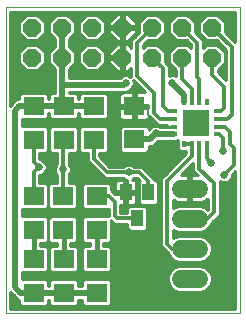
<source format=gtl>
G75*
%MOIN*%
%OFA0B0*%
%FSLAX25Y25*%
%IPPOS*%
%LPD*%
%AMOC8*
5,1,8,0,0,1.08239X$1,22.5*
%
%ADD10C,0.00000*%
%ADD11R,0.07087X0.06299*%
%ADD12C,0.06000*%
%ADD13OC8,0.06000*%
%ADD14R,0.07098X0.06299*%
%ADD15R,0.03937X0.05512*%
%ADD16R,0.01969X0.01181*%
%ADD17R,0.08858X0.08858*%
%ADD18R,0.01181X0.01969*%
%ADD19C,0.01000*%
%ADD20C,0.00600*%
%ADD21C,0.02578*%
%ADD22C,0.02000*%
%ADD23C,0.01400*%
%ADD24C,0.01200*%
%ADD25C,0.01600*%
D10*
X0330000Y0517000D02*
X0330000Y0619000D01*
X0408000Y0619000D01*
X0408000Y0517000D01*
X0330000Y0517000D01*
D11*
X0372750Y0574988D03*
X0372750Y0586012D03*
D12*
X0388250Y0558500D02*
X0394250Y0558500D01*
X0394250Y0548500D02*
X0388250Y0548500D01*
X0388250Y0538500D02*
X0394250Y0538500D01*
X0394250Y0528500D02*
X0388250Y0528500D01*
D13*
X0388750Y0602250D03*
X0388750Y0612250D03*
X0378750Y0612250D03*
X0378750Y0602250D03*
X0368750Y0602250D03*
X0368750Y0612250D03*
X0358750Y0612250D03*
X0358750Y0602250D03*
X0348750Y0602250D03*
X0348750Y0612250D03*
X0338750Y0612250D03*
X0338750Y0602250D03*
X0398750Y0602250D03*
X0398750Y0612250D03*
D14*
X0359250Y0586098D03*
X0349250Y0586098D03*
X0339250Y0586098D03*
X0339250Y0574902D03*
X0349250Y0574902D03*
X0359250Y0574902D03*
X0360250Y0556098D03*
X0360250Y0544902D03*
X0360250Y0535098D03*
X0349250Y0535098D03*
X0349000Y0544902D03*
X0339250Y0544902D03*
X0339250Y0535098D03*
X0339250Y0523902D03*
X0349250Y0523902D03*
X0360250Y0523902D03*
X0349000Y0556098D03*
X0339250Y0556098D03*
D15*
X0370010Y0557331D03*
X0377490Y0557331D03*
X0373750Y0548669D03*
D16*
X0386163Y0576661D03*
X0386163Y0579220D03*
X0386163Y0581780D03*
X0386163Y0584339D03*
X0400337Y0584339D03*
X0400337Y0581780D03*
X0400337Y0579220D03*
X0400337Y0576661D03*
D17*
X0393250Y0580500D03*
D18*
X0394530Y0573413D03*
X0397089Y0573413D03*
X0391970Y0573413D03*
X0389411Y0573413D03*
X0389411Y0587587D03*
X0391970Y0587587D03*
X0394530Y0587587D03*
X0397089Y0587587D03*
D19*
X0403250Y0594828D02*
X0400750Y0597328D01*
X0400750Y0598169D01*
X0403050Y0600469D01*
X0403050Y0604031D01*
X0400531Y0606550D01*
X0396969Y0606550D01*
X0395750Y0605331D01*
X0395750Y0608078D01*
X0394578Y0609250D01*
X0393050Y0610778D01*
X0393050Y0614031D01*
X0390531Y0616550D01*
X0386969Y0616550D01*
X0384450Y0614031D01*
X0384450Y0610469D01*
X0386969Y0607950D01*
X0390222Y0607950D01*
X0391750Y0606422D01*
X0391750Y0605331D01*
X0390531Y0606550D01*
X0386969Y0606550D01*
X0384450Y0604031D01*
X0384450Y0600469D01*
X0386750Y0598169D01*
X0386750Y0596035D01*
X0386015Y0596339D01*
X0384985Y0596339D01*
X0384250Y0596035D01*
X0384250Y0599578D01*
X0383078Y0600750D01*
X0383050Y0600778D01*
X0383050Y0604031D01*
X0380531Y0606550D01*
X0376969Y0606550D01*
X0375750Y0605331D01*
X0375750Y0606422D01*
X0377278Y0607950D01*
X0380531Y0607950D01*
X0383050Y0610469D01*
X0383050Y0614031D01*
X0380531Y0616550D01*
X0376969Y0616550D01*
X0374450Y0614031D01*
X0374450Y0610778D01*
X0372922Y0609250D01*
X0371750Y0608078D01*
X0371750Y0605614D01*
X0370614Y0606750D01*
X0369250Y0606750D01*
X0369250Y0602750D01*
X0368250Y0602750D01*
X0368250Y0606750D01*
X0366886Y0606750D01*
X0364250Y0604114D01*
X0364250Y0602750D01*
X0368250Y0602750D01*
X0368250Y0601750D01*
X0369250Y0601750D01*
X0369250Y0597750D01*
X0370614Y0597750D01*
X0371750Y0598886D01*
X0371750Y0595661D01*
X0371467Y0595945D01*
X0370515Y0596339D01*
X0369485Y0596339D01*
X0368533Y0595945D01*
X0367889Y0595300D01*
X0351050Y0595300D01*
X0351050Y0598469D01*
X0353050Y0600469D01*
X0353050Y0604031D01*
X0351050Y0606031D01*
X0351050Y0608469D01*
X0353050Y0610469D01*
X0353050Y0614031D01*
X0350531Y0616550D01*
X0346969Y0616550D01*
X0344450Y0614031D01*
X0344450Y0610469D01*
X0346450Y0608469D01*
X0346450Y0606031D01*
X0344450Y0604031D01*
X0344450Y0600469D01*
X0346450Y0598469D01*
X0346450Y0590548D01*
X0345162Y0590548D01*
X0344401Y0589787D01*
X0344401Y0588398D01*
X0344099Y0588398D01*
X0344099Y0589787D01*
X0343338Y0590548D01*
X0335162Y0590548D01*
X0334401Y0589787D01*
X0334401Y0588300D01*
X0333547Y0588300D01*
X0332047Y0586800D01*
X0331500Y0586253D01*
X0331500Y0617500D01*
X0406500Y0617500D01*
X0406500Y0607328D01*
X0406078Y0607750D01*
X0403050Y0610778D01*
X0403050Y0614031D01*
X0400531Y0616550D01*
X0396969Y0616550D01*
X0394450Y0614031D01*
X0394450Y0610469D01*
X0396969Y0607950D01*
X0400222Y0607950D01*
X0403250Y0604922D01*
X0403250Y0594828D01*
X0403250Y0594884D02*
X0403195Y0594884D01*
X0403250Y0595882D02*
X0402196Y0595882D01*
X0401198Y0596881D02*
X0403250Y0596881D01*
X0403250Y0597879D02*
X0400750Y0597879D01*
X0401459Y0598878D02*
X0403250Y0598878D01*
X0403250Y0599876D02*
X0402458Y0599876D01*
X0403050Y0600875D02*
X0403250Y0600875D01*
X0403250Y0601873D02*
X0403050Y0601873D01*
X0403050Y0602872D02*
X0403250Y0602872D01*
X0403250Y0603870D02*
X0403050Y0603870D01*
X0403250Y0604869D02*
X0402212Y0604869D01*
X0402304Y0605868D02*
X0401214Y0605868D01*
X0401306Y0606866D02*
X0395750Y0606866D01*
X0395750Y0605868D02*
X0396286Y0605868D01*
X0395750Y0607865D02*
X0400307Y0607865D01*
X0403050Y0610860D02*
X0406500Y0610860D01*
X0406500Y0609862D02*
X0403967Y0609862D01*
X0404965Y0608863D02*
X0406500Y0608863D01*
X0406500Y0607865D02*
X0405964Y0607865D01*
X0406078Y0607750D02*
X0406078Y0607750D01*
X0406500Y0611859D02*
X0403050Y0611859D01*
X0403050Y0612857D02*
X0406500Y0612857D01*
X0406500Y0613856D02*
X0403050Y0613856D01*
X0402227Y0614854D02*
X0406500Y0614854D01*
X0406500Y0615853D02*
X0401228Y0615853D01*
X0396272Y0615853D02*
X0391228Y0615853D01*
X0392227Y0614854D02*
X0395273Y0614854D01*
X0394450Y0613856D02*
X0393050Y0613856D01*
X0393050Y0612857D02*
X0394450Y0612857D01*
X0394450Y0611859D02*
X0393050Y0611859D01*
X0393050Y0610860D02*
X0394450Y0610860D01*
X0393967Y0609862D02*
X0395057Y0609862D01*
X0394965Y0608863D02*
X0396056Y0608863D01*
X0391306Y0606866D02*
X0376194Y0606866D01*
X0376286Y0605868D02*
X0375750Y0605868D01*
X0377193Y0607865D02*
X0390307Y0607865D01*
X0391214Y0605868D02*
X0391750Y0605868D01*
X0386286Y0605868D02*
X0381214Y0605868D01*
X0382212Y0604869D02*
X0385288Y0604869D01*
X0384450Y0603870D02*
X0383050Y0603870D01*
X0383050Y0602872D02*
X0384450Y0602872D01*
X0384450Y0601873D02*
X0383050Y0601873D01*
X0383050Y0600875D02*
X0384450Y0600875D01*
X0383952Y0599876D02*
X0385042Y0599876D01*
X0384250Y0598878D02*
X0386041Y0598878D01*
X0386750Y0597879D02*
X0384250Y0597879D01*
X0384250Y0596881D02*
X0386750Y0596881D01*
X0376517Y0590654D02*
X0376491Y0590661D01*
X0373250Y0590661D01*
X0373250Y0586512D01*
X0372250Y0586512D01*
X0372250Y0590661D01*
X0369009Y0590661D01*
X0368628Y0590559D01*
X0368286Y0590362D01*
X0368006Y0590082D01*
X0367809Y0589740D01*
X0367707Y0589359D01*
X0367707Y0586512D01*
X0372250Y0586512D01*
X0372250Y0585512D01*
X0367707Y0585512D01*
X0367707Y0582665D01*
X0367809Y0582283D01*
X0368006Y0581941D01*
X0368286Y0581662D01*
X0368628Y0581464D01*
X0369009Y0581362D01*
X0372250Y0581362D01*
X0372250Y0585512D01*
X0373250Y0585512D01*
X0377500Y0585512D01*
X0377500Y0586512D01*
X0373250Y0586512D01*
X0373250Y0585512D01*
X0373250Y0581362D01*
X0376491Y0581362D01*
X0376872Y0581464D01*
X0377214Y0581662D01*
X0377494Y0581941D01*
X0377691Y0582283D01*
X0377786Y0582636D01*
X0379470Y0580951D01*
X0380642Y0579780D01*
X0383679Y0579780D01*
X0383679Y0579221D01*
X0386163Y0579221D01*
X0386163Y0579220D01*
X0383679Y0579220D01*
X0383679Y0578961D01*
X0381700Y0578961D01*
X0381467Y0579195D01*
X0380515Y0579589D01*
X0379485Y0579589D01*
X0378533Y0579195D01*
X0377805Y0578467D01*
X0377593Y0577955D01*
X0377593Y0578676D01*
X0376832Y0579438D01*
X0368668Y0579438D01*
X0367907Y0578676D01*
X0367907Y0571300D01*
X0368668Y0570539D01*
X0376832Y0570539D01*
X0377593Y0571300D01*
X0377593Y0572688D01*
X0378941Y0572688D01*
X0380288Y0574035D01*
X0380288Y0574036D01*
X0380614Y0574361D01*
X0387116Y0574361D01*
X0387521Y0574766D01*
X0387521Y0574351D01*
X0387411Y0574242D01*
X0387411Y0572585D01*
X0387521Y0572476D01*
X0387521Y0571891D01*
X0388282Y0571129D01*
X0389970Y0571129D01*
X0389970Y0570299D01*
X0382922Y0563250D01*
X0381750Y0562078D01*
X0381750Y0539422D01*
X0384249Y0536922D01*
X0384605Y0536064D01*
X0385814Y0534855D01*
X0387395Y0534200D01*
X0395105Y0534200D01*
X0396686Y0534855D01*
X0397895Y0536064D01*
X0398550Y0537645D01*
X0398550Y0539355D01*
X0397895Y0540936D01*
X0396686Y0542145D01*
X0395105Y0542800D01*
X0387395Y0542800D01*
X0385814Y0542145D01*
X0385750Y0542081D01*
X0385750Y0544919D01*
X0385814Y0544855D01*
X0387395Y0544200D01*
X0395105Y0544200D01*
X0396686Y0544855D01*
X0397895Y0546064D01*
X0398251Y0546922D01*
X0399000Y0547672D01*
X0401250Y0549922D01*
X0401250Y0561089D01*
X0401283Y0561055D01*
X0402235Y0560661D01*
X0403265Y0560661D01*
X0404217Y0561055D01*
X0404945Y0561783D01*
X0405339Y0562735D01*
X0405339Y0563152D01*
X0406500Y0564313D01*
X0406500Y0518500D01*
X0331500Y0518500D01*
X0331500Y0523997D01*
X0332548Y0522949D01*
X0333896Y0521602D01*
X0334401Y0521602D01*
X0334401Y0520213D01*
X0335162Y0519452D01*
X0343338Y0519452D01*
X0344099Y0520213D01*
X0344099Y0521602D01*
X0344401Y0521602D01*
X0344401Y0520213D01*
X0345162Y0519452D01*
X0353338Y0519452D01*
X0354099Y0520213D01*
X0354099Y0521602D01*
X0355401Y0521602D01*
X0355401Y0520213D01*
X0356162Y0519452D01*
X0364338Y0519452D01*
X0365099Y0520213D01*
X0365099Y0527590D01*
X0364338Y0528351D01*
X0356162Y0528351D01*
X0355401Y0527590D01*
X0355401Y0526202D01*
X0354099Y0526202D01*
X0354099Y0527590D01*
X0353338Y0528351D01*
X0345162Y0528351D01*
X0344401Y0527590D01*
X0344401Y0526202D01*
X0344099Y0526202D01*
X0344099Y0527590D01*
X0343338Y0528351D01*
X0335300Y0528351D01*
X0335300Y0530649D01*
X0343338Y0530649D01*
X0344099Y0531410D01*
X0344099Y0538787D01*
X0343338Y0539548D01*
X0341350Y0539548D01*
X0341350Y0540452D01*
X0343338Y0540452D01*
X0344099Y0541213D01*
X0344099Y0548590D01*
X0343338Y0549351D01*
X0335300Y0549351D01*
X0335300Y0551649D01*
X0343338Y0551649D01*
X0344099Y0552410D01*
X0344099Y0559787D01*
X0343338Y0560548D01*
X0341150Y0560548D01*
X0341150Y0563161D01*
X0341515Y0563161D01*
X0342467Y0563555D01*
X0343195Y0564283D01*
X0343589Y0565235D01*
X0343589Y0566265D01*
X0343195Y0567217D01*
X0342467Y0567945D01*
X0341515Y0568339D01*
X0341150Y0568339D01*
X0341150Y0570452D01*
X0343338Y0570452D01*
X0344099Y0571213D01*
X0344099Y0578590D01*
X0343338Y0579351D01*
X0335300Y0579351D01*
X0335300Y0581649D01*
X0343338Y0581649D01*
X0344099Y0582410D01*
X0344099Y0583798D01*
X0344401Y0583798D01*
X0344401Y0582410D01*
X0345162Y0581649D01*
X0353338Y0581649D01*
X0354099Y0582410D01*
X0354099Y0583798D01*
X0354401Y0583798D01*
X0354401Y0582410D01*
X0355162Y0581649D01*
X0363338Y0581649D01*
X0364099Y0582410D01*
X0364099Y0589787D01*
X0363338Y0590548D01*
X0355162Y0590548D01*
X0354401Y0589787D01*
X0354401Y0588398D01*
X0354099Y0588398D01*
X0354099Y0589787D01*
X0353338Y0590548D01*
X0351050Y0590548D01*
X0351050Y0590700D01*
X0370203Y0590700D01*
X0370769Y0591266D01*
X0371467Y0591555D01*
X0372195Y0592283D01*
X0372589Y0593235D01*
X0372589Y0594265D01*
X0372364Y0594807D01*
X0376517Y0590654D01*
X0376282Y0590890D02*
X0370393Y0590890D01*
X0371800Y0591888D02*
X0375283Y0591888D01*
X0374285Y0592887D02*
X0372445Y0592887D01*
X0372589Y0593885D02*
X0373286Y0593885D01*
X0371750Y0595882D02*
X0371529Y0595882D01*
X0371750Y0596881D02*
X0351050Y0596881D01*
X0351050Y0597879D02*
X0366757Y0597879D01*
X0366886Y0597750D02*
X0368250Y0597750D01*
X0368250Y0601750D01*
X0364250Y0601750D01*
X0364250Y0600386D01*
X0366886Y0597750D01*
X0368250Y0597879D02*
X0369250Y0597879D01*
X0369250Y0598878D02*
X0368250Y0598878D01*
X0368250Y0599876D02*
X0369250Y0599876D01*
X0369250Y0600875D02*
X0368250Y0600875D01*
X0368250Y0601873D02*
X0363050Y0601873D01*
X0363050Y0600875D02*
X0364250Y0600875D01*
X0364760Y0599876D02*
X0362458Y0599876D01*
X0363050Y0600469D02*
X0360531Y0597950D01*
X0356969Y0597950D01*
X0354450Y0600469D01*
X0354450Y0604031D01*
X0356969Y0606550D01*
X0360531Y0606550D01*
X0363050Y0604031D01*
X0363050Y0600469D01*
X0361459Y0598878D02*
X0365758Y0598878D01*
X0368471Y0595882D02*
X0351050Y0595882D01*
X0351459Y0598878D02*
X0356041Y0598878D01*
X0355042Y0599876D02*
X0352458Y0599876D01*
X0353050Y0600875D02*
X0354450Y0600875D01*
X0354450Y0601873D02*
X0353050Y0601873D01*
X0353050Y0602872D02*
X0354450Y0602872D01*
X0354450Y0603870D02*
X0353050Y0603870D01*
X0352212Y0604869D02*
X0355288Y0604869D01*
X0356286Y0605868D02*
X0351214Y0605868D01*
X0351050Y0606866D02*
X0371750Y0606866D01*
X0371750Y0605868D02*
X0371496Y0605868D01*
X0371750Y0607865D02*
X0370728Y0607865D01*
X0370614Y0607750D02*
X0373250Y0610386D01*
X0373250Y0611750D01*
X0369250Y0611750D01*
X0369250Y0612750D01*
X0373250Y0612750D01*
X0373250Y0614114D01*
X0370614Y0616750D01*
X0369250Y0616750D01*
X0369250Y0612750D01*
X0368250Y0612750D01*
X0368250Y0616750D01*
X0366886Y0616750D01*
X0364250Y0614114D01*
X0364250Y0612750D01*
X0368250Y0612750D01*
X0368250Y0611750D01*
X0369250Y0611750D01*
X0369250Y0607750D01*
X0370614Y0607750D01*
X0369250Y0607865D02*
X0368250Y0607865D01*
X0368250Y0607750D02*
X0368250Y0611750D01*
X0364250Y0611750D01*
X0364250Y0610386D01*
X0366886Y0607750D01*
X0368250Y0607750D01*
X0368250Y0608863D02*
X0369250Y0608863D01*
X0369250Y0609862D02*
X0368250Y0609862D01*
X0368250Y0610860D02*
X0369250Y0610860D01*
X0369250Y0611859D02*
X0374450Y0611859D01*
X0374450Y0612857D02*
X0373250Y0612857D01*
X0373250Y0613856D02*
X0374450Y0613856D01*
X0375273Y0614854D02*
X0372510Y0614854D01*
X0371511Y0615853D02*
X0376272Y0615853D01*
X0381228Y0615853D02*
X0386272Y0615853D01*
X0385273Y0614854D02*
X0382227Y0614854D01*
X0383050Y0613856D02*
X0384450Y0613856D01*
X0384450Y0612857D02*
X0383050Y0612857D01*
X0383050Y0611859D02*
X0384450Y0611859D01*
X0384450Y0610860D02*
X0383050Y0610860D01*
X0382443Y0609862D02*
X0385057Y0609862D01*
X0386056Y0608863D02*
X0381444Y0608863D01*
X0374450Y0610860D02*
X0373250Y0610860D01*
X0373533Y0609862D02*
X0372726Y0609862D01*
X0372535Y0608863D02*
X0371727Y0608863D01*
X0369250Y0605868D02*
X0368250Y0605868D01*
X0368250Y0604869D02*
X0369250Y0604869D01*
X0369250Y0603870D02*
X0368250Y0603870D01*
X0368250Y0602872D02*
X0369250Y0602872D01*
X0366004Y0605868D02*
X0361214Y0605868D01*
X0362212Y0604869D02*
X0365005Y0604869D01*
X0364250Y0603870D02*
X0363050Y0603870D01*
X0363050Y0602872D02*
X0364250Y0602872D01*
X0366772Y0607865D02*
X0351050Y0607865D01*
X0351444Y0608863D02*
X0356056Y0608863D01*
X0356969Y0607950D02*
X0360531Y0607950D01*
X0363050Y0610469D01*
X0363050Y0614031D01*
X0360531Y0616550D01*
X0356969Y0616550D01*
X0354450Y0614031D01*
X0354450Y0610469D01*
X0356969Y0607950D01*
X0355057Y0609862D02*
X0352443Y0609862D01*
X0353050Y0610860D02*
X0354450Y0610860D01*
X0354450Y0611859D02*
X0353050Y0611859D01*
X0353050Y0612857D02*
X0354450Y0612857D01*
X0354450Y0613856D02*
X0353050Y0613856D01*
X0352227Y0614854D02*
X0355273Y0614854D01*
X0356272Y0615853D02*
X0351228Y0615853D01*
X0346272Y0615853D02*
X0341228Y0615853D01*
X0340531Y0616550D02*
X0336969Y0616550D01*
X0334450Y0614031D01*
X0334450Y0610469D01*
X0336969Y0607950D01*
X0340531Y0607950D01*
X0343050Y0610469D01*
X0343050Y0614031D01*
X0340531Y0616550D01*
X0342227Y0614854D02*
X0345273Y0614854D01*
X0344450Y0613856D02*
X0343050Y0613856D01*
X0343050Y0612857D02*
X0344450Y0612857D01*
X0344450Y0611859D02*
X0343050Y0611859D01*
X0343050Y0610860D02*
X0344450Y0610860D01*
X0345057Y0609862D02*
X0342443Y0609862D01*
X0341444Y0608863D02*
X0346056Y0608863D01*
X0346450Y0607865D02*
X0331500Y0607865D01*
X0331500Y0608863D02*
X0336056Y0608863D01*
X0335057Y0609862D02*
X0331500Y0609862D01*
X0331500Y0610860D02*
X0334450Y0610860D01*
X0334450Y0611859D02*
X0331500Y0611859D01*
X0331500Y0612857D02*
X0334450Y0612857D01*
X0334450Y0613856D02*
X0331500Y0613856D01*
X0331500Y0614854D02*
X0335273Y0614854D01*
X0336272Y0615853D02*
X0331500Y0615853D01*
X0331500Y0616851D02*
X0406500Y0616851D01*
X0377500Y0585897D02*
X0373250Y0585897D01*
X0373250Y0584899D02*
X0372250Y0584899D01*
X0372250Y0585897D02*
X0364099Y0585897D01*
X0364099Y0584899D02*
X0367707Y0584899D01*
X0367707Y0583900D02*
X0364099Y0583900D01*
X0364099Y0582902D02*
X0367707Y0582902D01*
X0368044Y0581903D02*
X0363592Y0581903D01*
X0363338Y0579351D02*
X0355162Y0579351D01*
X0354401Y0578590D01*
X0354401Y0571213D01*
X0355162Y0570452D01*
X0357350Y0570452D01*
X0357350Y0567713D01*
X0362963Y0562100D01*
X0369239Y0562100D01*
X0369533Y0561805D01*
X0370485Y0561411D01*
X0370494Y0561411D01*
X0370494Y0557815D01*
X0369526Y0557815D01*
X0369526Y0561587D01*
X0367844Y0561587D01*
X0367462Y0561484D01*
X0367120Y0561287D01*
X0366841Y0561008D01*
X0366644Y0560666D01*
X0366541Y0560284D01*
X0366541Y0557815D01*
X0369526Y0557815D01*
X0369526Y0556846D01*
X0370494Y0556846D01*
X0370494Y0553075D01*
X0372176Y0553075D01*
X0372557Y0553177D01*
X0372899Y0553375D01*
X0373179Y0553654D01*
X0373376Y0553996D01*
X0373478Y0554377D01*
X0373478Y0556846D01*
X0370494Y0556846D01*
X0370494Y0557815D01*
X0373478Y0557815D01*
X0373478Y0560284D01*
X0373376Y0560666D01*
X0373179Y0561008D01*
X0372899Y0561287D01*
X0372557Y0561484D01*
X0372176Y0561587D01*
X0371939Y0561587D01*
X0372467Y0561805D01*
X0372761Y0562100D01*
X0373713Y0562100D01*
X0374705Y0561108D01*
X0374222Y0560625D01*
X0374222Y0554036D01*
X0374983Y0553275D01*
X0379997Y0553275D01*
X0380759Y0554036D01*
X0380759Y0560625D01*
X0379997Y0561387D01*
X0379390Y0561387D01*
X0379390Y0561797D01*
X0378277Y0562910D01*
X0375287Y0565900D01*
X0372761Y0565900D01*
X0372467Y0566195D01*
X0371515Y0566589D01*
X0370485Y0566589D01*
X0369533Y0566195D01*
X0369239Y0565900D01*
X0364537Y0565900D01*
X0361150Y0569287D01*
X0361150Y0570452D01*
X0363338Y0570452D01*
X0364099Y0571213D01*
X0364099Y0578590D01*
X0363338Y0579351D01*
X0363781Y0578908D02*
X0368138Y0578908D01*
X0367907Y0577909D02*
X0364099Y0577909D01*
X0364099Y0576911D02*
X0367907Y0576911D01*
X0367907Y0575912D02*
X0364099Y0575912D01*
X0364099Y0574914D02*
X0367907Y0574914D01*
X0367907Y0573915D02*
X0364099Y0573915D01*
X0364099Y0572917D02*
X0367907Y0572917D01*
X0367907Y0571918D02*
X0364099Y0571918D01*
X0363805Y0570920D02*
X0368287Y0570920D01*
X0369266Y0565927D02*
X0364510Y0565927D01*
X0363511Y0566926D02*
X0386597Y0566926D01*
X0387596Y0567924D02*
X0362513Y0567924D01*
X0361514Y0568923D02*
X0388594Y0568923D01*
X0389593Y0569921D02*
X0361150Y0569921D01*
X0357350Y0569921D02*
X0350900Y0569921D01*
X0350900Y0570452D02*
X0353338Y0570452D01*
X0354099Y0571213D01*
X0354099Y0578590D01*
X0353338Y0579351D01*
X0345162Y0579351D01*
X0344401Y0578590D01*
X0344401Y0571213D01*
X0345162Y0570452D01*
X0347100Y0570452D01*
X0347100Y0566761D01*
X0346805Y0566467D01*
X0346411Y0565515D01*
X0346411Y0564485D01*
X0346805Y0563533D01*
X0347100Y0563239D01*
X0347100Y0560548D01*
X0344912Y0560548D01*
X0344151Y0559787D01*
X0344151Y0552410D01*
X0344912Y0551649D01*
X0353088Y0551649D01*
X0353849Y0552410D01*
X0353849Y0559787D01*
X0353088Y0560548D01*
X0350900Y0560548D01*
X0350900Y0563239D01*
X0351195Y0563533D01*
X0351589Y0564485D01*
X0351589Y0565515D01*
X0351195Y0566467D01*
X0350900Y0566761D01*
X0350900Y0570452D01*
X0350900Y0568923D02*
X0357350Y0568923D01*
X0357350Y0567924D02*
X0350900Y0567924D01*
X0350900Y0566926D02*
X0358137Y0566926D01*
X0359136Y0565927D02*
X0351418Y0565927D01*
X0351589Y0564929D02*
X0360134Y0564929D01*
X0361133Y0563930D02*
X0351359Y0563930D01*
X0350900Y0562932D02*
X0362131Y0562932D01*
X0364338Y0560548D02*
X0356162Y0560548D01*
X0355401Y0559787D01*
X0355401Y0552410D01*
X0356162Y0551649D01*
X0364338Y0551649D01*
X0364350Y0551661D01*
X0364350Y0549339D01*
X0364338Y0549351D01*
X0356162Y0549351D01*
X0355401Y0548590D01*
X0355401Y0541213D01*
X0356162Y0540452D01*
X0358150Y0540452D01*
X0358150Y0539548D01*
X0356162Y0539548D01*
X0355401Y0538787D01*
X0355401Y0531410D01*
X0356162Y0530649D01*
X0364338Y0530649D01*
X0365099Y0531410D01*
X0365099Y0538787D01*
X0364338Y0539548D01*
X0362350Y0539548D01*
X0362350Y0540452D01*
X0364338Y0540452D01*
X0365099Y0541213D01*
X0365099Y0547964D01*
X0365181Y0547882D01*
X0366294Y0546769D01*
X0370481Y0546769D01*
X0370481Y0545375D01*
X0371243Y0544613D01*
X0376257Y0544613D01*
X0377018Y0545375D01*
X0377018Y0551964D01*
X0376257Y0552725D01*
X0371243Y0552725D01*
X0370481Y0551964D01*
X0370481Y0550569D01*
X0368150Y0550569D01*
X0368150Y0553075D01*
X0369526Y0553075D01*
X0369526Y0556846D01*
X0366541Y0556846D01*
X0366541Y0556646D01*
X0365189Y0557998D01*
X0365099Y0557998D01*
X0365099Y0559787D01*
X0364338Y0560548D01*
X0364950Y0559936D02*
X0366541Y0559936D01*
X0366541Y0558937D02*
X0365099Y0558937D01*
X0365248Y0557939D02*
X0366541Y0557939D01*
X0366247Y0556940D02*
X0369526Y0556940D01*
X0370494Y0556940D02*
X0374222Y0556940D01*
X0374222Y0555942D02*
X0373478Y0555942D01*
X0373478Y0554943D02*
X0374222Y0554943D01*
X0374313Y0553945D02*
X0373347Y0553945D01*
X0370494Y0553945D02*
X0369526Y0553945D01*
X0369526Y0554943D02*
X0370494Y0554943D01*
X0370494Y0555942D02*
X0369526Y0555942D01*
X0369526Y0557939D02*
X0370494Y0557939D01*
X0370494Y0558937D02*
X0369526Y0558937D01*
X0369526Y0559936D02*
X0370494Y0559936D01*
X0370494Y0560934D02*
X0369526Y0560934D01*
X0369406Y0561933D02*
X0350900Y0561933D01*
X0350900Y0560934D02*
X0366799Y0560934D01*
X0372594Y0561933D02*
X0373880Y0561933D01*
X0374531Y0560934D02*
X0373221Y0560934D01*
X0373478Y0559936D02*
X0374222Y0559936D01*
X0374222Y0558937D02*
X0373478Y0558937D01*
X0373478Y0557939D02*
X0374222Y0557939D01*
X0378255Y0562932D02*
X0382603Y0562932D01*
X0381750Y0561933D02*
X0379254Y0561933D01*
X0380449Y0560934D02*
X0381750Y0560934D01*
X0381750Y0559936D02*
X0380759Y0559936D01*
X0380759Y0558937D02*
X0381750Y0558937D01*
X0381750Y0557939D02*
X0380759Y0557939D01*
X0380759Y0556940D02*
X0381750Y0556940D01*
X0381750Y0555942D02*
X0380759Y0555942D01*
X0380759Y0554943D02*
X0381750Y0554943D01*
X0381750Y0553945D02*
X0380667Y0553945D01*
X0381750Y0552946D02*
X0368150Y0552946D01*
X0368150Y0551948D02*
X0370481Y0551948D01*
X0370481Y0550949D02*
X0368150Y0550949D01*
X0364350Y0550949D02*
X0335300Y0550949D01*
X0335300Y0549951D02*
X0364350Y0549951D01*
X0365099Y0547954D02*
X0365109Y0547954D01*
X0365099Y0546955D02*
X0366108Y0546955D01*
X0365099Y0545957D02*
X0370481Y0545957D01*
X0370898Y0544958D02*
X0365099Y0544958D01*
X0365099Y0543960D02*
X0381750Y0543960D01*
X0381750Y0544958D02*
X0376602Y0544958D01*
X0377018Y0545957D02*
X0381750Y0545957D01*
X0381750Y0546955D02*
X0377018Y0546955D01*
X0377018Y0547954D02*
X0381750Y0547954D01*
X0381750Y0548952D02*
X0377018Y0548952D01*
X0377018Y0549951D02*
X0381750Y0549951D01*
X0381750Y0550949D02*
X0377018Y0550949D01*
X0377018Y0551948D02*
X0381750Y0551948D01*
X0385750Y0552081D02*
X0385750Y0554754D01*
X0385891Y0554651D01*
X0386523Y0554330D01*
X0387196Y0554111D01*
X0387896Y0554000D01*
X0390750Y0554000D01*
X0390750Y0558000D01*
X0391750Y0558000D01*
X0391750Y0554000D01*
X0394604Y0554000D01*
X0395304Y0554111D01*
X0395977Y0554330D01*
X0396609Y0554651D01*
X0397182Y0555068D01*
X0397250Y0555136D01*
X0397250Y0551581D01*
X0396686Y0552145D01*
X0395105Y0552800D01*
X0387395Y0552800D01*
X0385814Y0552145D01*
X0385750Y0552081D01*
X0385750Y0552946D02*
X0397250Y0552946D01*
X0397250Y0551948D02*
X0396883Y0551948D01*
X0397250Y0553945D02*
X0385750Y0553945D01*
X0390750Y0554943D02*
X0391750Y0554943D01*
X0391750Y0555942D02*
X0390750Y0555942D01*
X0390750Y0556940D02*
X0391750Y0556940D01*
X0391750Y0557939D02*
X0390750Y0557939D01*
X0390750Y0559000D02*
X0390750Y0563000D01*
X0388328Y0563000D01*
X0392530Y0567201D01*
X0392530Y0564392D01*
X0393922Y0563000D01*
X0391750Y0563000D01*
X0391750Y0559000D01*
X0390750Y0559000D01*
X0390750Y0559936D02*
X0391750Y0559936D01*
X0391750Y0560934D02*
X0390750Y0560934D01*
X0390750Y0561933D02*
X0391750Y0561933D01*
X0391750Y0562932D02*
X0390750Y0562932D01*
X0389258Y0563930D02*
X0392992Y0563930D01*
X0392530Y0564929D02*
X0390257Y0564929D01*
X0391255Y0565927D02*
X0392530Y0565927D01*
X0392530Y0566926D02*
X0392254Y0566926D01*
X0389970Y0570920D02*
X0377213Y0570920D01*
X0377593Y0571918D02*
X0387521Y0571918D01*
X0387411Y0572917D02*
X0379169Y0572917D01*
X0380168Y0573915D02*
X0387411Y0573915D01*
X0385599Y0565927D02*
X0372734Y0565927D01*
X0376258Y0564929D02*
X0384600Y0564929D01*
X0383602Y0563930D02*
X0377257Y0563930D01*
X0377362Y0578908D02*
X0378246Y0578908D01*
X0379517Y0580905D02*
X0335300Y0580905D01*
X0335300Y0579906D02*
X0380515Y0579906D01*
X0378518Y0581903D02*
X0377456Y0581903D01*
X0373250Y0581903D02*
X0372250Y0581903D01*
X0372250Y0582902D02*
X0373250Y0582902D01*
X0373250Y0583900D02*
X0372250Y0583900D01*
X0372250Y0586896D02*
X0373250Y0586896D01*
X0373250Y0587894D02*
X0372250Y0587894D01*
X0372250Y0588893D02*
X0373250Y0588893D01*
X0373250Y0589891D02*
X0372250Y0589891D01*
X0367896Y0589891D02*
X0363994Y0589891D01*
X0364099Y0588893D02*
X0367707Y0588893D01*
X0367707Y0587894D02*
X0364099Y0587894D01*
X0364099Y0586896D02*
X0367707Y0586896D01*
X0370743Y0597879D02*
X0371750Y0597879D01*
X0371742Y0598878D02*
X0371750Y0598878D01*
X0365773Y0608863D02*
X0361444Y0608863D01*
X0362443Y0609862D02*
X0364774Y0609862D01*
X0364250Y0610860D02*
X0363050Y0610860D01*
X0363050Y0611859D02*
X0368250Y0611859D01*
X0368250Y0612857D02*
X0369250Y0612857D01*
X0369250Y0613856D02*
X0368250Y0613856D01*
X0368250Y0614854D02*
X0369250Y0614854D01*
X0369250Y0615853D02*
X0368250Y0615853D01*
X0365989Y0615853D02*
X0361228Y0615853D01*
X0362227Y0614854D02*
X0364990Y0614854D01*
X0364250Y0613856D02*
X0363050Y0613856D01*
X0363050Y0612857D02*
X0364250Y0612857D01*
X0346450Y0606866D02*
X0331500Y0606866D01*
X0331500Y0605868D02*
X0336286Y0605868D01*
X0336969Y0606550D02*
X0334450Y0604031D01*
X0334450Y0600469D01*
X0336969Y0597950D01*
X0340531Y0597950D01*
X0343050Y0600469D01*
X0343050Y0604031D01*
X0340531Y0606550D01*
X0336969Y0606550D01*
X0335288Y0604869D02*
X0331500Y0604869D01*
X0331500Y0603870D02*
X0334450Y0603870D01*
X0334450Y0602872D02*
X0331500Y0602872D01*
X0331500Y0601873D02*
X0334450Y0601873D01*
X0334450Y0600875D02*
X0331500Y0600875D01*
X0331500Y0599876D02*
X0335042Y0599876D01*
X0336041Y0598878D02*
X0331500Y0598878D01*
X0331500Y0597879D02*
X0346450Y0597879D01*
X0346450Y0596881D02*
X0331500Y0596881D01*
X0331500Y0595882D02*
X0346450Y0595882D01*
X0346450Y0594884D02*
X0331500Y0594884D01*
X0331500Y0593885D02*
X0346450Y0593885D01*
X0346450Y0592887D02*
X0331500Y0592887D01*
X0331500Y0591888D02*
X0346450Y0591888D01*
X0346450Y0590890D02*
X0331500Y0590890D01*
X0331500Y0589891D02*
X0334506Y0589891D01*
X0334401Y0588893D02*
X0331500Y0588893D01*
X0331500Y0587894D02*
X0333142Y0587894D01*
X0332143Y0586896D02*
X0331500Y0586896D01*
X0344099Y0588893D02*
X0344401Y0588893D01*
X0344506Y0589891D02*
X0343994Y0589891D01*
X0344099Y0582902D02*
X0344401Y0582902D01*
X0344908Y0581903D02*
X0343592Y0581903D01*
X0343781Y0578908D02*
X0344719Y0578908D01*
X0344401Y0577909D02*
X0344099Y0577909D01*
X0344099Y0576911D02*
X0344401Y0576911D01*
X0344401Y0575912D02*
X0344099Y0575912D01*
X0344099Y0574914D02*
X0344401Y0574914D01*
X0344401Y0573915D02*
X0344099Y0573915D01*
X0344099Y0572917D02*
X0344401Y0572917D01*
X0344401Y0571918D02*
X0344099Y0571918D01*
X0343805Y0570920D02*
X0344695Y0570920D01*
X0347100Y0569921D02*
X0341150Y0569921D01*
X0341150Y0568923D02*
X0347100Y0568923D01*
X0347100Y0567924D02*
X0342487Y0567924D01*
X0343315Y0566926D02*
X0347100Y0566926D01*
X0346582Y0565927D02*
X0343589Y0565927D01*
X0343462Y0564929D02*
X0346411Y0564929D01*
X0346641Y0563930D02*
X0342841Y0563930D01*
X0341150Y0562932D02*
X0347100Y0562932D01*
X0347100Y0561933D02*
X0341150Y0561933D01*
X0341150Y0560934D02*
X0347100Y0560934D01*
X0344300Y0559936D02*
X0343950Y0559936D01*
X0344099Y0558937D02*
X0344151Y0558937D01*
X0344151Y0557939D02*
X0344099Y0557939D01*
X0344099Y0556940D02*
X0344151Y0556940D01*
X0344151Y0555942D02*
X0344099Y0555942D01*
X0344099Y0554943D02*
X0344151Y0554943D01*
X0344151Y0553945D02*
X0344099Y0553945D01*
X0344099Y0552946D02*
X0344151Y0552946D01*
X0344613Y0551948D02*
X0343637Y0551948D01*
X0344912Y0549351D02*
X0344151Y0548590D01*
X0344151Y0541213D01*
X0344912Y0540452D01*
X0347150Y0540452D01*
X0347150Y0539548D01*
X0345162Y0539548D01*
X0344401Y0538787D01*
X0344401Y0531410D01*
X0345162Y0530649D01*
X0353338Y0530649D01*
X0354099Y0531410D01*
X0354099Y0538787D01*
X0353338Y0539548D01*
X0351350Y0539548D01*
X0351350Y0540452D01*
X0353088Y0540452D01*
X0353849Y0541213D01*
X0353849Y0548590D01*
X0353088Y0549351D01*
X0344912Y0549351D01*
X0344513Y0548952D02*
X0343736Y0548952D01*
X0344099Y0547954D02*
X0344151Y0547954D01*
X0344151Y0546955D02*
X0344099Y0546955D01*
X0344099Y0545957D02*
X0344151Y0545957D01*
X0344151Y0544958D02*
X0344099Y0544958D01*
X0344099Y0543960D02*
X0344151Y0543960D01*
X0344151Y0542961D02*
X0344099Y0542961D01*
X0344099Y0541963D02*
X0344151Y0541963D01*
X0344400Y0540964D02*
X0343850Y0540964D01*
X0343918Y0538967D02*
X0344582Y0538967D01*
X0344401Y0537969D02*
X0344099Y0537969D01*
X0344099Y0536970D02*
X0344401Y0536970D01*
X0344401Y0535972D02*
X0344099Y0535972D01*
X0344099Y0534973D02*
X0344401Y0534973D01*
X0344401Y0533975D02*
X0344099Y0533975D01*
X0344099Y0532976D02*
X0344401Y0532976D01*
X0344401Y0531978D02*
X0344099Y0531978D01*
X0343668Y0530979D02*
X0344832Y0530979D01*
X0344795Y0527984D02*
X0343705Y0527984D01*
X0344099Y0526985D02*
X0344401Y0526985D01*
X0344401Y0520994D02*
X0344099Y0520994D01*
X0343881Y0519996D02*
X0344619Y0519996D01*
X0334619Y0519996D02*
X0331500Y0519996D01*
X0331500Y0520994D02*
X0334401Y0520994D01*
X0333505Y0521993D02*
X0331500Y0521993D01*
X0331500Y0522991D02*
X0332506Y0522991D01*
X0331508Y0523990D02*
X0331500Y0523990D01*
X0331500Y0518997D02*
X0406500Y0518997D01*
X0406500Y0519996D02*
X0364881Y0519996D01*
X0365099Y0520994D02*
X0406500Y0520994D01*
X0406500Y0521993D02*
X0365099Y0521993D01*
X0365099Y0522991D02*
X0406500Y0522991D01*
X0406500Y0523990D02*
X0365099Y0523990D01*
X0365099Y0524988D02*
X0385681Y0524988D01*
X0385814Y0524855D02*
X0387395Y0524200D01*
X0395105Y0524200D01*
X0396686Y0524855D01*
X0397895Y0526064D01*
X0398550Y0527645D01*
X0398550Y0529355D01*
X0397895Y0530936D01*
X0396686Y0532145D01*
X0395105Y0532800D01*
X0387395Y0532800D01*
X0385814Y0532145D01*
X0384605Y0530936D01*
X0383950Y0529355D01*
X0383950Y0527645D01*
X0384605Y0526064D01*
X0385814Y0524855D01*
X0384682Y0525987D02*
X0365099Y0525987D01*
X0365099Y0526985D02*
X0384223Y0526985D01*
X0383950Y0527984D02*
X0364705Y0527984D01*
X0364668Y0530979D02*
X0384648Y0530979D01*
X0384209Y0529981D02*
X0335300Y0529981D01*
X0335300Y0528982D02*
X0383950Y0528982D01*
X0385647Y0531978D02*
X0365099Y0531978D01*
X0365099Y0532976D02*
X0406500Y0532976D01*
X0406500Y0531978D02*
X0396853Y0531978D01*
X0397852Y0530979D02*
X0406500Y0530979D01*
X0406500Y0529981D02*
X0398291Y0529981D01*
X0398550Y0528982D02*
X0406500Y0528982D01*
X0406500Y0527984D02*
X0398550Y0527984D01*
X0398277Y0526985D02*
X0406500Y0526985D01*
X0406500Y0525987D02*
X0397818Y0525987D01*
X0396819Y0524988D02*
X0406500Y0524988D01*
X0406500Y0533975D02*
X0365099Y0533975D01*
X0365099Y0534973D02*
X0385696Y0534973D01*
X0384697Y0535972D02*
X0365099Y0535972D01*
X0365099Y0536970D02*
X0384201Y0536970D01*
X0383203Y0537969D02*
X0365099Y0537969D01*
X0364918Y0538967D02*
X0382204Y0538967D01*
X0381750Y0539966D02*
X0362350Y0539966D01*
X0364850Y0540964D02*
X0381750Y0540964D01*
X0381750Y0541963D02*
X0365099Y0541963D01*
X0365099Y0542961D02*
X0381750Y0542961D01*
X0385750Y0542961D02*
X0406500Y0542961D01*
X0406500Y0541963D02*
X0396868Y0541963D01*
X0397867Y0540964D02*
X0406500Y0540964D01*
X0406500Y0539966D02*
X0398297Y0539966D01*
X0398550Y0538967D02*
X0406500Y0538967D01*
X0406500Y0537969D02*
X0398550Y0537969D01*
X0398271Y0536970D02*
X0406500Y0536970D01*
X0406500Y0535972D02*
X0397803Y0535972D01*
X0396804Y0534973D02*
X0406500Y0534973D01*
X0406500Y0543960D02*
X0385750Y0543960D01*
X0396789Y0544958D02*
X0406500Y0544958D01*
X0406500Y0545957D02*
X0397788Y0545957D01*
X0398284Y0546955D02*
X0406500Y0546955D01*
X0406500Y0547954D02*
X0399282Y0547954D01*
X0400281Y0548952D02*
X0406500Y0548952D01*
X0406500Y0549951D02*
X0401250Y0549951D01*
X0401250Y0550949D02*
X0406500Y0550949D01*
X0406500Y0551948D02*
X0401250Y0551948D01*
X0401250Y0552946D02*
X0406500Y0552946D01*
X0406500Y0553945D02*
X0401250Y0553945D01*
X0401250Y0554943D02*
X0406500Y0554943D01*
X0406500Y0555942D02*
X0401250Y0555942D01*
X0401250Y0556940D02*
X0406500Y0556940D01*
X0406500Y0557939D02*
X0401250Y0557939D01*
X0401250Y0558937D02*
X0406500Y0558937D01*
X0406500Y0559936D02*
X0401250Y0559936D01*
X0401250Y0560934D02*
X0401575Y0560934D01*
X0403925Y0560934D02*
X0406500Y0560934D01*
X0406500Y0561933D02*
X0405007Y0561933D01*
X0405339Y0562932D02*
X0406500Y0562932D01*
X0406500Y0563930D02*
X0406117Y0563930D01*
X0397250Y0554943D02*
X0397011Y0554943D01*
X0355863Y0551948D02*
X0353387Y0551948D01*
X0353849Y0552946D02*
X0355401Y0552946D01*
X0355401Y0553945D02*
X0353849Y0553945D01*
X0353849Y0554943D02*
X0355401Y0554943D01*
X0355401Y0555942D02*
X0353849Y0555942D01*
X0353849Y0556940D02*
X0355401Y0556940D01*
X0355401Y0557939D02*
X0353849Y0557939D01*
X0353849Y0558937D02*
X0355401Y0558937D01*
X0355550Y0559936D02*
X0353700Y0559936D01*
X0353805Y0570920D02*
X0354695Y0570920D01*
X0354401Y0571918D02*
X0354099Y0571918D01*
X0354099Y0572917D02*
X0354401Y0572917D01*
X0354401Y0573915D02*
X0354099Y0573915D01*
X0354099Y0574914D02*
X0354401Y0574914D01*
X0354401Y0575912D02*
X0354099Y0575912D01*
X0354099Y0576911D02*
X0354401Y0576911D01*
X0354401Y0577909D02*
X0354099Y0577909D01*
X0353781Y0578908D02*
X0354719Y0578908D01*
X0354908Y0581903D02*
X0353592Y0581903D01*
X0354099Y0582902D02*
X0354401Y0582902D01*
X0354401Y0588893D02*
X0354099Y0588893D01*
X0353994Y0589891D02*
X0354506Y0589891D01*
X0346041Y0598878D02*
X0341459Y0598878D01*
X0342458Y0599876D02*
X0345042Y0599876D01*
X0344450Y0600875D02*
X0343050Y0600875D01*
X0343050Y0601873D02*
X0344450Y0601873D01*
X0344450Y0602872D02*
X0343050Y0602872D01*
X0343050Y0603870D02*
X0344450Y0603870D01*
X0345288Y0604869D02*
X0342212Y0604869D01*
X0341214Y0605868D02*
X0346286Y0605868D01*
X0353486Y0548952D02*
X0355763Y0548952D01*
X0355401Y0547954D02*
X0353849Y0547954D01*
X0353849Y0546955D02*
X0355401Y0546955D01*
X0355401Y0545957D02*
X0353849Y0545957D01*
X0353849Y0544958D02*
X0355401Y0544958D01*
X0355401Y0543960D02*
X0353849Y0543960D01*
X0353849Y0542961D02*
X0355401Y0542961D01*
X0355401Y0541963D02*
X0353849Y0541963D01*
X0353600Y0540964D02*
X0355650Y0540964D01*
X0355582Y0538967D02*
X0353918Y0538967D01*
X0354099Y0537969D02*
X0355401Y0537969D01*
X0355401Y0536970D02*
X0354099Y0536970D01*
X0354099Y0535972D02*
X0355401Y0535972D01*
X0355401Y0534973D02*
X0354099Y0534973D01*
X0354099Y0533975D02*
X0355401Y0533975D01*
X0355401Y0532976D02*
X0354099Y0532976D01*
X0354099Y0531978D02*
X0355401Y0531978D01*
X0355832Y0530979D02*
X0353668Y0530979D01*
X0353705Y0527984D02*
X0355795Y0527984D01*
X0355401Y0526985D02*
X0354099Y0526985D01*
X0354099Y0520994D02*
X0355401Y0520994D01*
X0355619Y0519996D02*
X0353881Y0519996D01*
X0351350Y0539966D02*
X0358150Y0539966D01*
X0347150Y0539966D02*
X0341350Y0539966D01*
D20*
X0372750Y0586012D02*
X0376238Y0586012D01*
X0377500Y0584750D01*
X0377500Y0583000D01*
X0381280Y0579220D01*
X0386163Y0579220D01*
D21*
X0380000Y0577000D03*
X0371000Y0564000D03*
X0366000Y0581000D03*
X0358000Y0563000D03*
X0349000Y0565000D03*
X0341000Y0565750D03*
X0334000Y0593000D03*
X0370000Y0593750D03*
X0385500Y0593750D03*
X0402250Y0571000D03*
X0398500Y0567250D03*
X0402750Y0563250D03*
X0403000Y0542000D03*
X0401750Y0523750D03*
X0375000Y0524000D03*
X0372000Y0540000D03*
D22*
X0360250Y0523902D02*
X0349250Y0523902D01*
X0339250Y0523902D01*
X0334848Y0523902D01*
X0333000Y0525750D01*
X0333000Y0584500D01*
X0334500Y0586000D01*
X0339152Y0586000D01*
X0339250Y0586098D01*
X0349250Y0586098D01*
X0348750Y0586598D01*
X0348750Y0593000D01*
X0369250Y0593000D01*
X0370000Y0593750D01*
X0359337Y0586012D02*
X0359250Y0586098D01*
X0349250Y0586098D01*
X0348750Y0593000D02*
X0348750Y0602250D01*
X0348750Y0612250D01*
X0372750Y0574988D02*
X0377988Y0574988D01*
X0380000Y0577000D01*
X0380339Y0576661D01*
X0386163Y0576661D01*
X0389411Y0587587D02*
X0389411Y0589839D01*
X0385500Y0593750D01*
X0349000Y0544902D02*
X0349250Y0544652D01*
D23*
X0381470Y0581780D02*
X0379500Y0583750D01*
X0379500Y0590500D01*
X0373750Y0596250D01*
X0373750Y0607250D01*
X0378750Y0612250D01*
X0378750Y0602250D02*
X0382250Y0598750D01*
X0382250Y0586000D01*
X0383911Y0584339D01*
X0386163Y0584339D01*
X0386163Y0581780D02*
X0381470Y0581780D01*
X0389411Y0573413D02*
X0391970Y0573413D01*
X0391970Y0569470D01*
X0383750Y0561250D01*
X0383750Y0540250D01*
X0385500Y0538500D01*
X0391250Y0538500D01*
X0391250Y0548500D02*
X0397000Y0548500D01*
X0399250Y0550750D01*
X0399250Y0560500D01*
X0394530Y0565220D01*
X0394530Y0573413D01*
X0400337Y0581780D02*
X0403780Y0581780D01*
X0405250Y0583250D01*
X0405250Y0605750D01*
X0398750Y0612250D01*
X0393750Y0607250D02*
X0393750Y0595750D01*
X0394530Y0594970D01*
X0394530Y0587587D01*
X0392000Y0587616D02*
X0391970Y0587587D01*
X0392000Y0587616D02*
X0392000Y0591750D01*
X0388750Y0595000D01*
X0388750Y0602250D01*
X0393750Y0607250D02*
X0388750Y0612250D01*
X0398750Y0602250D02*
X0398750Y0596500D01*
X0402750Y0592500D01*
X0402750Y0585500D01*
X0401589Y0584339D01*
X0400337Y0584339D01*
D24*
X0400337Y0579220D02*
X0403030Y0579220D01*
X0404750Y0577500D01*
X0404750Y0573500D01*
X0406000Y0572250D01*
X0406000Y0566500D01*
X0402750Y0563250D01*
X0398500Y0567250D02*
X0397000Y0568750D01*
X0397000Y0573325D01*
X0397089Y0573413D01*
X0400337Y0576661D02*
X0401089Y0576661D01*
X0402250Y0575500D01*
X0402250Y0571000D01*
X0377490Y0561010D02*
X0377490Y0557331D01*
X0377490Y0561010D02*
X0374500Y0564000D01*
X0371000Y0564000D01*
X0363750Y0564000D01*
X0359250Y0568500D01*
X0359250Y0574902D01*
X0349250Y0574902D02*
X0349000Y0574652D01*
X0349000Y0565000D01*
X0349000Y0556098D01*
X0339250Y0556098D02*
X0339250Y0564000D01*
X0341000Y0565750D01*
X0339250Y0567500D01*
X0339250Y0574902D01*
X0360250Y0556098D02*
X0364402Y0556098D01*
X0366250Y0554250D01*
X0366250Y0549500D01*
X0367081Y0548669D01*
X0373750Y0548669D01*
D25*
X0360250Y0544902D02*
X0360250Y0535098D01*
X0349250Y0535098D02*
X0349250Y0544652D01*
X0339250Y0544902D02*
X0339250Y0535098D01*
M02*

</source>
